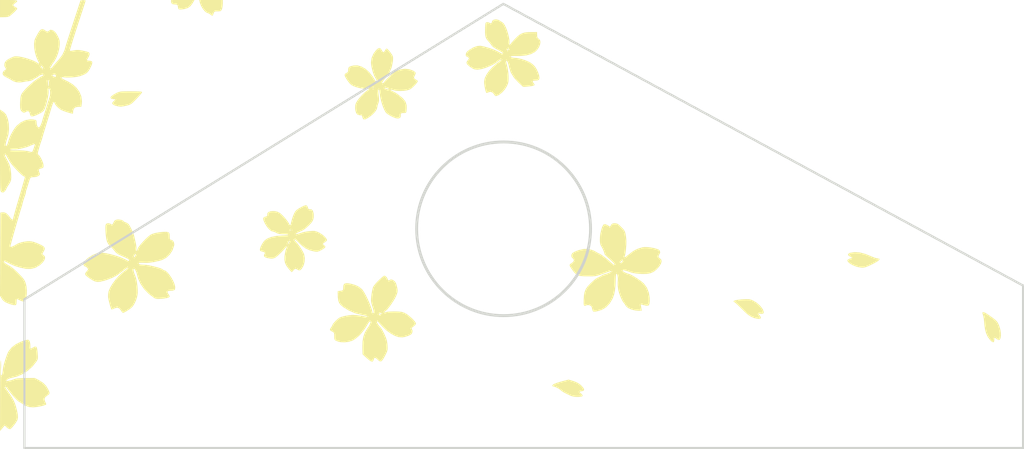
<source format=kicad_pcb>
(kicad_pcb (version 20221018) (generator pcbnew)
  (layers (0 "F.Cu" signal) (31 "B.Cu" signal) (34 "B.Paste" user) (35 "F.Paste" user) (36 "B.SilkS" user "B.Silkscreen") (37 "F.SilkS" user "F.Silkscreen") (38 "B.Mask" user) (39 "F.Mask" user) (44 "Edge.Cuts" user))
  (net 0 "")
  (footprint "LOGO" (layer "F.Cu") (at 149.86 99.06)
    (fp_text reference "G***" hide)
    (fp_text value "LOGO" hide)
  )
  (gr_line (start 88.507945 105.705255) (end 88.507945 123.962667) (stroke (width 0.25)) (layer "Edge.Cuts"))
  (gr_line (start 147.289535 69.394834) (end 88.507945 105.705255) (stroke (width 0.25)) (layer "Edge.Cuts"))
  (gr_line (start 88.507945 123.962667) (end 211.070944 123.962667) (stroke (width 0.25)) (layer "Edge.Cuts"))
  (gr_line (start 211.070944 123.962667) (end 211.070944 104.003859) (stroke (width 0.25)) (layer "Edge.Cuts"))
  (gr_line (start 88.507945 105.705255) (end 88.507945 123.962667) (stroke (width 0.25)) (layer "Edge.Cuts"))
  (gr_circle (center 147.32 97.031528) (end 157.991528 97.031528) (stroke (width 0.35)) (fill none) (layer "Edge.Cuts"))
  (gr_line (start 211.070944 104.003859) (end 147.289535 69.394834) (stroke (width 0.25)) (layer "Edge.Cuts"))
  (gr_line (start 147.289535 69.394834) (end 88.507945 105.705255) (stroke (width 0.25)) (layer "Edge.Cuts"))
  (gr_line (start 211.070944 104.003859) (end 147.289535 69.394834) (stroke (width 0.25)) (layer "Edge.Cuts"))
  (gr_line (start 88.507945 123.962667) (end 211.070944 123.962667) (stroke (width 0.25)) (layer "Edge.Cuts"))
  (gr_line (start 211.070944 123.962667) (end 211.070944 104.003859) (stroke (width 0.25)) (layer "Edge.Cuts"))
)
</source>
